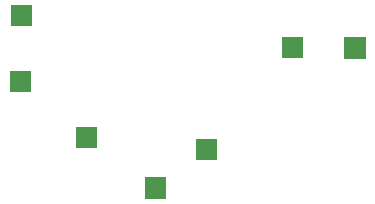
<source format=gbr>
G04 #@! TF.GenerationSoftware,KiCad,Pcbnew,(5.1.0)-1*
G04 #@! TF.CreationDate,2020-01-06T22:37:38-04:00*
G04 #@! TF.ProjectId,main,6d61696e-2e6b-4696-9361-645f70636258,rev?*
G04 #@! TF.SameCoordinates,Original*
G04 #@! TF.FileFunction,Soldermask,Bot*
G04 #@! TF.FilePolarity,Negative*
%FSLAX46Y46*%
G04 Gerber Fmt 4.6, Leading zero omitted, Abs format (unit mm)*
G04 Created by KiCad (PCBNEW (5.1.0)-1) date 2020-01-06 22:37:38*
%MOMM*%
%LPD*%
G04 APERTURE LIST*
%ADD10C,0.100000*%
G04 APERTURE END LIST*
D10*
G36*
X141820200Y-87362600D02*
G01*
X140018200Y-87362600D01*
X140018200Y-85560600D01*
X141820200Y-85560600D01*
X141820200Y-87362600D01*
X141820200Y-87362600D01*
G37*
G36*
X146189000Y-84111400D02*
G01*
X144387000Y-84111400D01*
X144387000Y-82309400D01*
X146189000Y-82309400D01*
X146189000Y-84111400D01*
X146189000Y-84111400D01*
G37*
G36*
X136029000Y-83095400D02*
G01*
X134227000Y-83095400D01*
X134227000Y-81293400D01*
X136029000Y-81293400D01*
X136029000Y-83095400D01*
X136029000Y-83095400D01*
G37*
G36*
X130390200Y-78371000D02*
G01*
X128588200Y-78371000D01*
X128588200Y-76569000D01*
X130390200Y-76569000D01*
X130390200Y-78371000D01*
X130390200Y-78371000D01*
G37*
G36*
X158736600Y-75526200D02*
G01*
X156934600Y-75526200D01*
X156934600Y-73724200D01*
X158736600Y-73724200D01*
X158736600Y-75526200D01*
X158736600Y-75526200D01*
G37*
G36*
X153453400Y-75475400D02*
G01*
X151651400Y-75475400D01*
X151651400Y-73673400D01*
X153453400Y-73673400D01*
X153453400Y-75475400D01*
X153453400Y-75475400D01*
G37*
G36*
X130491800Y-72783000D02*
G01*
X128689800Y-72783000D01*
X128689800Y-70981000D01*
X130491800Y-70981000D01*
X130491800Y-72783000D01*
X130491800Y-72783000D01*
G37*
M02*

</source>
